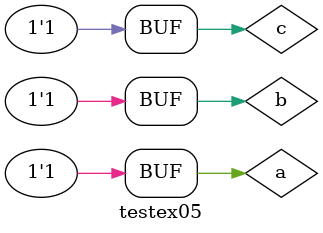
<source format=v>


 module halfSubtractor (a, b, c, s);
 input   a, b;
 output s, c;
 wire  notA, notB, c, s1, s2, s0, s, notC;
 
 nor NOR0 (notA, a, a);
 nor NOR1 (notB, b, b);
 nor NOR7 (notC, notA, notA);
 nor COUT (c, notC, notB);
 nor NOR3 (s1, a, notB);
 nor NOR4 (s2, notA, b);
 nor NOR5 (s0, s1,s2);
 nor NOR6 (s, s0, s0);

endmodule  // halfSubtractor


 module testex05;
 reg a, b, c;
 wire s0, s1, s2, s3, cOut;
 halfSubtractor um (a, b, s1, s0);
 halfSubtractor dois (s0, c, s3, s2);
 assign cOut = s3 | s1;
 
 initial begin
 
      $display("Exercicio 05 - Pedro Tronbin - 410473");
      $display("Teste Operador Diferenca Completa usando Meia Diferenca NOR.");
      $display("A  -  B  -  C  =  C0  S");
      a=0; b=0; c=0;
		
    #1  $monitor("%b  -  %b  -  %b  =  %b  %b", a, b, c, cOut, s2);
    #1  a=0; b=0; c=1;
    #1  a=0; b=1; c=0;
    #1  a=0; b=1; c=1;
    #1  a=1; b=0; c=0;
    #1  a=1; b=0; c=1;
    #1  a=1; b=1; c=0;
    #1  a=1; b=1; c=1;

 end

 endmodule // testex05

/* SAIDA

Exercicio 05 - Pedro Tronbin - 410473
    Teste Operador Diferenca Completa usando Meia Diferenca NOR.
    A  -  B  -  C  =  C0  S
    0  -  0  -  0  =  0  0
    0  -  0  -  1  =  1  1
    0  -  1  -  0  =  1  1
    0  -  1  -  1  =  1  0
    1  -  0  -  0  =  0  1
    1  -  0  -  1  =  0  0
    1  -  1  -  0  =  0  0
    1  -  1  -  1  =  1  1
*/
</source>
